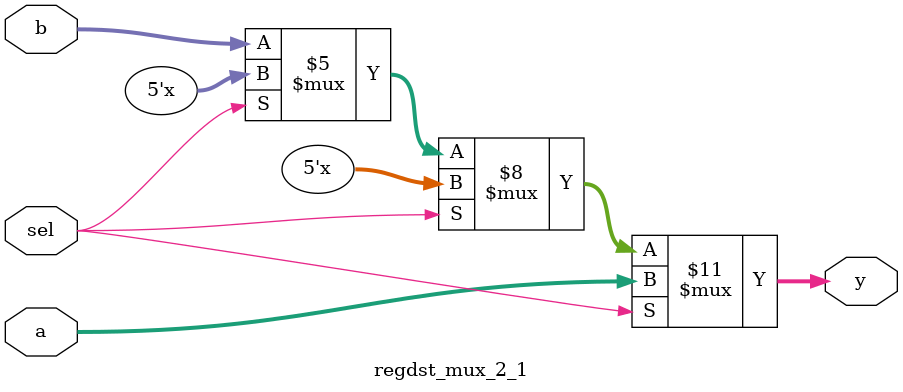
<source format=v>
module regdst_mux_2_1(a,b,sel,y);
input [4:0] a,b;
input sel;
output reg [4:0] y; 


always@(a,b,sel)
begin 

if (sel == 1'b1) 
    begin
        y=a;
    end
else if(sel == 1'b0)
    begin
        y=b;
    end
end


endmodule
</source>
